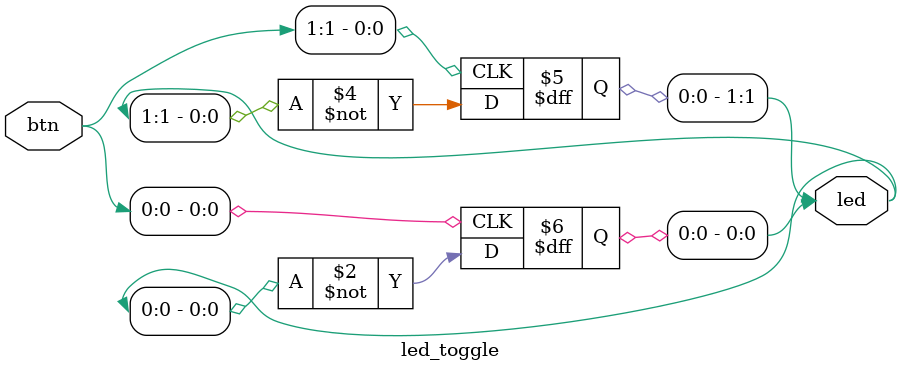
<source format=v>
`timescale 1ns / 1ps


module led_toggle(btn,led);
input [1:0] btn;
output reg [1:0] led;
always@(posedge btn[0])
	led[0]=~led[0];
always@(posedge btn[1])
	led[1]=~led[1];

endmodule


</source>
